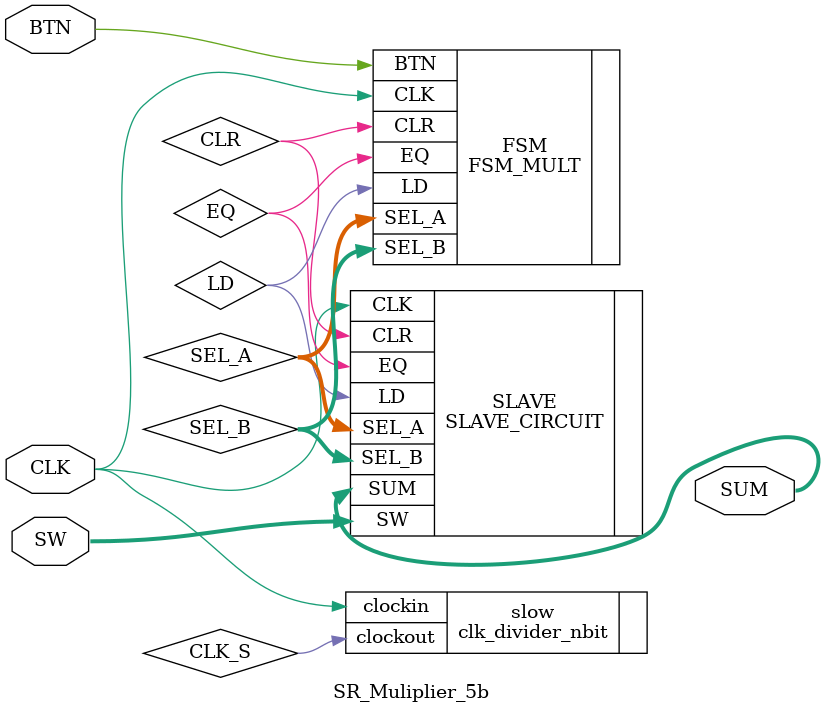
<source format=v>
`include "FSM_MULT.v"
`include "./SLAVE_CIRCUIT.v"
`include "../Modules/clk_divider_nbit.v"

module SR_Muliplier_5b(input CLK,input BTN, input [9:0] SW, output [9:0] SUM);

wire CLK_S, EQ, CLR, LD;
wire [1:0] SEL_A, SEL_B;

clk_divider_nbit #(.n(20)) slow(.clockin(CLK), .clockout(CLK_S));
  
//This controls tge slave circuit   
FSM_MULT FSM(
.CLK(CLK), 
.BTN(BTN), 
.EQ(EQ), 
.CLR(CLR), 
.SEL_A(SEL_A), 
.SEL_B(SEL_B),
.LD(LD));
  
//this concadanates,multiplies, and acculmulates  
SLAVE_CIRCUIT SLAVE(
.CLK(CLK), 
.CLR(CLR),  
.LD(LD), 
.SEL_A(SEL_A), 
.SEL_B(SEL_B), 
.SW(SW) ,
.EQ(EQ), 
.SUM(SUM));

endmodule

</source>
